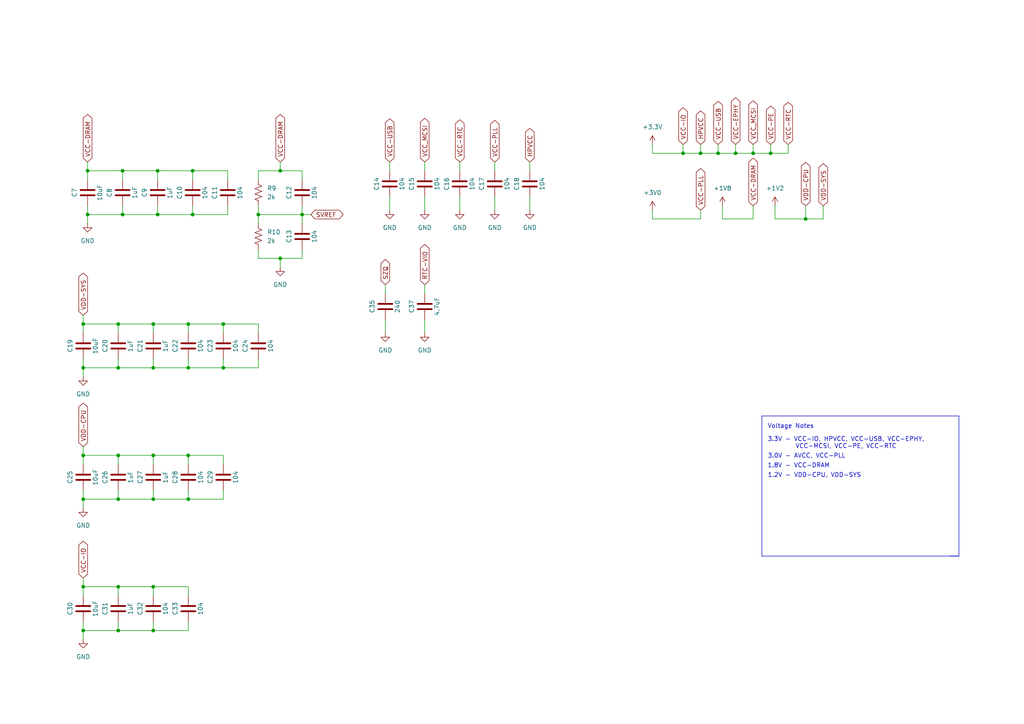
<source format=kicad_sch>
(kicad_sch (version 20250114) (generator "eeschema") (generator_version "9.0")
  (paper "A4")
  (title_block (title "Wireless Backup Camera - Encoder") (company "Group 25 Senior Design"))
  (lib_symbols
    (symbol "Device:C" (pin_numbers (hide yes)) (pin_names (offset 0.254))
      (property "Reference" "C" (at 0.635 2.54 0))
      (property "Value" "C" (at 0.635 -2.54 0))
      (symbol "C_0_1"
        (polyline (pts (xy -2.032 0.762) (xy 2.032 0.762)) (stroke (width 0.508)))
        (polyline (pts (xy -2.032 -0.762) (xy 2.032 -0.762)) (stroke (width 0.508)))
      )
      (symbol "C_1_1"
        (pin passive line (at 0 3.81 270) (length 2.794) (name "~") (number "1"))
        (pin passive line (at 0 -3.81 90) (length 2.794) (name "~") (number "2"))
      )
    )
    (symbol "Device:R_US" (pin_numbers (hide yes)) (pin_names (offset 0))
      (property "Reference" "R" (at 2.54 0 90))
      (property "Value" "R_US" (at -2.54 0 90))
      (symbol "R_US_0_1"
        (polyline (pts (xy 0 2.286) (xy 0 2.54)))
        (polyline (pts (xy 0 2.286) (xy 1.016 1.905) (xy 0 1.524) (xy -1.016 1.143) (xy 0 0.762)))
        (polyline (pts (xy 0 0.762) (xy 1.016 0.381) (xy 0 0) (xy -1.016 -0.381) (xy 0 -0.762)))
        (polyline (pts (xy 0 -0.762) (xy 1.016 -1.143) (xy 0 -1.524) (xy -1.016 -1.905) (xy 0 -2.286)))
        (polyline (pts (xy 0 -2.286) (xy 0 -2.54)))
      )
      (symbol "R_US_1_1"
        (pin passive line (at 0 3.81 270) (length 1.27) (name "~") (number "1"))
        (pin passive line (at 0 -3.81 90) (length 1.27) (name "~") (number "2"))
      )
    )
    (symbol "power:+1V2" (power) (pin_numbers (hide yes)) (pin_names (offset 0) (hide yes))
      (property "Value" "+1V2" (at 0 3.556 0))
      (symbol "+1V2_0_1"
        (polyline (pts (xy -0.762 1.27) (xy 0 2.54)))
        (polyline (pts (xy 0 2.54) (xy 0.762 1.27)))
        (polyline (pts (xy 0 0) (xy 0 2.54)))
      )
      (symbol "+1V2_1_1"
        (pin power_in line (at 0 0 90) (length 0) (name "~") (number "1"))
      )
    )
    (symbol "power:+1V8" (power) (pin_numbers (hide yes)) (pin_names (offset 0) (hide yes))
      (property "Value" "+1V8" (at 0 3.556 0))
      (symbol "+1V8_0_1"
        (polyline (pts (xy -0.762 1.27) (xy 0 2.54)))
        (polyline (pts (xy 0 2.54) (xy 0.762 1.27)))
        (polyline (pts (xy 0 0) (xy 0 2.54)))
      )
      (symbol "+1V8_1_1"
        (pin power_in line (at 0 0 90) (length 0) (name "~") (number "1"))
      )
    )
    (symbol "power:+3.3V" (power) (pin_numbers (hide yes)) (pin_names (offset 0) (hide yes))
      (property "Value" "+3.3V" (at 0 3.556 0))
      (symbol "+3.3V_0_1"
        (polyline (pts (xy -0.762 1.27) (xy 0 2.54)))
        (polyline (pts (xy 0 2.54) (xy 0.762 1.27)))
        (polyline (pts (xy 0 0) (xy 0 2.54)))
      )
      (symbol "+3.3V_1_1"
        (pin power_in line (at 0 0 90) (length 0) (name "~") (number "1"))
      )
    )
    (symbol "power:+3V0" (power) (pin_numbers (hide yes)) (pin_names (offset 0) (hide yes))
      (property "Value" "+3V0" (at 0 3.556 0))
      (symbol "+3V0_0_1"
        (polyline (pts (xy -0.762 1.27) (xy 0 2.54)))
        (polyline (pts (xy 0 2.54) (xy 0.762 1.27)))
        (polyline (pts (xy 0 0) (xy 0 2.54)))
      )
      (symbol "+3V0_1_1"
        (pin power_in line (at 0 0 90) (length 0) (name "~") (number "1"))
      )
    )
    (symbol "power:GND" (power) (pin_numbers (hide yes)) (pin_names (offset 0) (hide yes))
      (property "Value" "GND" (at 0 -3.81 0))
      (symbol "GND_0_1"
        (polyline (pts (xy 0 0) (xy 0 -1.27) (xy 1.27 -1.27) (xy 0 -2.54) (xy -1.27 -1.27) (xy 0 -1.27)))
      )
      (symbol "GND_1_1"
        (pin power_in line (at 0 0 270) (length 0) (name "~") (number "1"))
      )
    )
  )
  (text "3.0V - AVCC, VCC-PLL" (at 233.934 132.334 0) (effects (font (size 1.27 1.27))))
  (text "Voltage Notes\n" (at 229.362 123.698 0) (effects (font (size 1.27 1.27))))
  (text "1.8V - VCC-DRAM" (at 231.648 135.128 0) (effects (font (size 1.27 1.27))))
  (text "3.3V - VCC-IO, HPVCC, VCC-USB, VCC-EPHY,\nVCC-MCSI, VCC-PE, VCC-RTC" (at 245.364 128.524 0) (effects (font (size 1.27 1.27))))
  (text "1.2V - VDD-CPU, VDD-SYS" (at 236.22 137.922 0) (effects (font (size 1.27 1.27))))
  (junction (at 64.77 106.68))
  (junction (at 44.45 132.08))
  (junction (at 34.29 106.68))
  (junction (at 34.29 144.78))
  (junction (at 44.45 182.88))
  (junction (at 25.4 49.53))
  (junction (at 24.13 182.88))
  (junction (at 45.72 49.53))
  (junction (at 24.13 106.68))
  (junction (at 24.13 170.18))
  (junction (at 81.28 74.93))
  (junction (at 54.61 93.98))
  (junction (at 203.2 44.45))
  (junction (at 34.29 93.98))
  (junction (at 44.45 144.78))
  (junction (at 24.13 93.98))
  (junction (at 198.12 44.45))
  (junction (at 233.68 63.5))
  (junction (at 55.88 49.53))
  (junction (at 54.61 132.08))
  (junction (at 87.63 62.23))
  (junction (at 24.13 144.78))
  (junction (at 45.72 62.23))
  (junction (at 54.61 106.68))
  (junction (at 64.77 93.98))
  (junction (at 74.93 62.23))
  (junction (at 35.56 62.23))
  (junction (at 218.44 44.45))
  (junction (at 24.13 132.08))
  (junction (at 44.45 93.98))
  (junction (at 35.56 49.53))
  (junction (at 208.28 44.45))
  (junction (at 34.29 170.18))
  (junction (at 34.29 182.88))
  (junction (at 44.45 170.18))
  (junction (at 223.52 44.45))
  (junction (at 34.29 132.08))
  (junction (at 25.4 62.23))
  (junction (at 213.36 44.45))
  (junction (at 54.61 144.78))
  (junction (at 55.88 62.23))
  (junction (at 81.28 49.53))
  (junction (at 44.45 106.68))
  (wire (pts (xy 66.04 62.23) (xy 55.88 62.23)))
  (wire (pts (xy 64.77 104.14) (xy 64.77 106.68)))
  (wire (pts (xy 64.77 134.62) (xy 64.77 132.08)))
  (wire (pts (xy 208.28 41.91) (xy 208.28 44.45)))
  (polyline (pts (xy 220.98 161.29) (xy 220.98 120.65)))
  (wire (pts (xy 189.23 63.5) (xy 189.23 60.96)))
  (wire (pts (xy 35.56 62.23) (xy 25.4 62.23)))
  (wire (pts (xy 113.03 46.99) (xy 113.03 49.53)))
  (wire (pts (xy 133.35 57.15) (xy 133.35 60.96)))
  (wire (pts (xy 34.29 144.78) (xy 24.13 144.78)))
  (wire (pts (xy 81.28 74.93) (xy 87.63 74.93)))
  (wire (pts (xy 224.79 63.5) (xy 224.79 59.69)))
  (wire (pts (xy 44.45 106.68) (xy 34.29 106.68)))
  (wire (pts (xy 54.61 134.62) (xy 54.61 132.08)))
  (wire (pts (xy 223.52 44.45) (xy 218.44 44.45)))
  (wire (pts (xy 208.28 44.45) (xy 203.2 44.45)))
  (wire (pts (xy 24.13 142.24) (xy 24.13 144.78)))
  (wire (pts (xy 44.45 134.62) (xy 44.45 132.08)))
  (wire (pts (xy 87.63 62.23) (xy 90.17 62.23)))
  (wire (pts (xy 123.19 57.15) (xy 123.19 60.96)))
  (wire (pts (xy 64.77 106.68) (xy 54.61 106.68)))
  (wire (pts (xy 64.77 132.08) (xy 54.61 132.08)))
  (wire (pts (xy 111.76 92.71) (xy 111.76 96.52)))
  (wire (pts (xy 233.68 63.5) (xy 224.79 63.5)))
  (wire (pts (xy 66.04 49.53) (xy 55.88 49.53)))
  (wire (pts (xy 55.88 52.07) (xy 55.88 49.53)))
  (wire (pts (xy 87.63 49.53) (xy 87.63 52.07)))
  (wire (pts (xy 238.76 59.69) (xy 238.76 63.5)))
  (wire (pts (xy 45.72 52.07) (xy 45.72 49.53)))
  (wire (pts (xy 24.13 132.08) (xy 24.13 134.62)))
  (wire (pts (xy 24.13 91.44) (xy 24.13 93.98)))
  (wire (pts (xy 24.13 180.34) (xy 24.13 182.88)))
  (wire (pts (xy 45.72 59.69) (xy 45.72 62.23)))
  (wire (pts (xy 24.13 182.88) (xy 24.13 185.42)))
  (wire (pts (xy 64.77 144.78) (xy 54.61 144.78)))
  (wire (pts (xy 143.51 57.15) (xy 143.51 60.96)))
  (wire (pts (xy 74.93 52.07) (xy 74.93 49.53)))
  (wire (pts (xy 44.45 142.24) (xy 44.45 144.78)))
  (polyline (pts (xy 275.59 161.29) (xy 278.13 161.29)))
  (wire (pts (xy 153.67 46.99) (xy 153.67 49.53)))
  (wire (pts (xy 34.29 93.98) (xy 44.45 93.98)))
  (wire (pts (xy 218.44 63.5) (xy 209.55 63.5)))
  (wire (pts (xy 213.36 44.45) (xy 208.28 44.45)))
  (wire (pts (xy 34.29 93.98) (xy 24.13 93.98)))
  (wire (pts (xy 34.29 132.08) (xy 44.45 132.08)))
  (wire (pts (xy 34.29 182.88) (xy 44.45 182.88)))
  (wire (pts (xy 87.63 62.23) (xy 87.63 64.77)))
  (wire (pts (xy 34.29 96.52) (xy 34.29 93.98)))
  (wire (pts (xy 189.23 63.5) (xy 203.2 63.5)))
  (wire (pts (xy 123.19 82.55) (xy 123.19 85.09)))
  (wire (pts (xy 54.61 106.68) (xy 44.45 106.68)))
  (wire (pts (xy 74.93 49.53) (xy 81.28 49.53)))
  (wire (pts (xy 74.93 62.23) (xy 74.93 64.77)))
  (wire (pts (xy 54.61 96.52) (xy 54.61 93.98)))
  (wire (pts (xy 74.93 72.39) (xy 74.93 74.93)))
  (wire (pts (xy 113.03 57.15) (xy 113.03 60.96)))
  (wire (pts (xy 44.45 96.52) (xy 44.45 93.98)))
  (wire (pts (xy 44.45 104.14) (xy 44.45 106.68)))
  (wire (pts (xy 123.19 92.71) (xy 123.19 96.52)))
  (wire (pts (xy 34.29 134.62) (xy 34.29 132.08)))
  (wire (pts (xy 123.19 46.99) (xy 123.19 49.53)))
  (wire (pts (xy 24.13 144.78) (xy 24.13 147.32)))
  (wire (pts (xy 34.29 142.24) (xy 34.29 144.78)))
  (wire (pts (xy 218.44 44.45) (xy 213.36 44.45)))
  (wire (pts (xy 35.56 49.53) (xy 45.72 49.53)))
  (wire (pts (xy 81.28 49.53) (xy 87.63 49.53)))
  (wire (pts (xy 74.93 62.23) (xy 87.63 62.23)))
  (wire (pts (xy 228.6 44.45) (xy 223.52 44.45)))
  (wire (pts (xy 203.2 44.45) (xy 198.12 44.45)))
  (wire (pts (xy 64.77 142.24) (xy 64.77 144.78)))
  (wire (pts (xy 44.45 180.34) (xy 44.45 182.88)))
  (wire (pts (xy 203.2 60.96) (xy 203.2 63.5)))
  (wire (pts (xy 35.56 62.23) (xy 45.72 62.23)))
  (wire (pts (xy 111.76 82.55) (xy 111.76 85.09)))
  (wire (pts (xy 64.77 93.98) (xy 74.93 93.98)))
  (wire (pts (xy 34.29 104.14) (xy 34.29 106.68)))
  (wire (pts (xy 74.93 93.98) (xy 74.93 96.52)))
  (wire (pts (xy 74.93 74.93) (xy 81.28 74.93)))
  (wire (pts (xy 54.61 144.78) (xy 44.45 144.78)))
  (wire (pts (xy 35.56 59.69) (xy 35.56 62.23)))
  (wire (pts (xy 153.67 57.15) (xy 153.67 60.96)))
  (wire (pts (xy 34.29 106.68) (xy 24.13 106.68)))
  (wire (pts (xy 34.29 172.72) (xy 34.29 170.18)))
  (wire (pts (xy 54.61 132.08) (xy 44.45 132.08)))
  (wire (pts (xy 55.88 49.53) (xy 45.72 49.53)))
  (polyline (pts (xy 278.13 120.65) (xy 278.13 161.29)))
  (wire (pts (xy 34.29 170.18) (xy 24.13 170.18)))
  (wire (pts (xy 218.44 41.91) (xy 218.44 44.45)))
  (wire (pts (xy 81.28 46.99) (xy 81.28 49.53)))
  (wire (pts (xy 209.55 59.69) (xy 209.55 63.5)))
  (wire (pts (xy 66.04 59.69) (xy 66.04 62.23)))
  (wire (pts (xy 54.61 170.18) (xy 44.45 170.18)))
  (wire (pts (xy 35.56 49.53) (xy 25.4 49.53)))
  (wire (pts (xy 24.13 93.98) (xy 24.13 96.52)))
  (wire (pts (xy 87.63 72.39) (xy 87.63 74.93)))
  (wire (pts (xy 87.63 59.69) (xy 87.63 62.23)))
  (wire (pts (xy 223.52 41.91) (xy 223.52 44.45)))
  (wire (pts (xy 34.29 132.08) (xy 24.13 132.08)))
  (wire (pts (xy 54.61 93.98) (xy 44.45 93.98)))
  (wire (pts (xy 66.04 52.07) (xy 66.04 49.53)))
  (wire (pts (xy 54.61 142.24) (xy 54.61 144.78)))
  (wire (pts (xy 34.29 170.18) (xy 44.45 170.18)))
  (wire (pts (xy 54.61 104.14) (xy 54.61 106.68)))
  (wire (pts (xy 55.88 62.23) (xy 45.72 62.23)))
  (wire (pts (xy 233.68 59.69) (xy 233.68 63.5)))
  (wire (pts (xy 34.29 180.34) (xy 34.29 182.88)))
  (wire (pts (xy 54.61 182.88) (xy 44.45 182.88)))
  (wire (pts (xy 64.77 106.68) (xy 74.93 106.68)))
  (wire (pts (xy 34.29 144.78) (xy 44.45 144.78)))
  (wire (pts (xy 228.6 41.91) (xy 228.6 44.45)))
  (wire (pts (xy 24.13 106.68) (xy 24.13 109.22)))
  (wire (pts (xy 143.51 46.99) (xy 143.51 49.53)))
  (wire (pts (xy 64.77 96.52) (xy 64.77 93.98)))
  (wire (pts (xy 213.36 41.91) (xy 213.36 44.45)))
  (wire (pts (xy 44.45 172.72) (xy 44.45 170.18)))
  (wire (pts (xy 25.4 59.69) (xy 25.4 62.23)))
  (wire (pts (xy 189.23 44.45) (xy 189.23 41.91)))
  (wire (pts (xy 24.13 167.64) (xy 24.13 170.18)))
  (wire (pts (xy 198.12 44.45) (xy 189.23 44.45)))
  (wire (pts (xy 64.77 93.98) (xy 54.61 93.98)))
  (wire (pts (xy 25.4 62.23) (xy 25.4 64.77)))
  (wire (pts (xy 24.13 170.18) (xy 24.13 172.72)))
  (wire (pts (xy 35.56 52.07) (xy 35.56 49.53)))
  (wire (pts (xy 54.61 180.34) (xy 54.61 182.88)))
  (wire (pts (xy 24.13 104.14) (xy 24.13 106.68)))
  (polyline (pts (xy 220.98 120.65) (xy 278.13 120.65)))
  (wire (pts (xy 24.13 129.54) (xy 24.13 132.08)))
  (wire (pts (xy 238.76 63.5) (xy 233.68 63.5)))
  (wire (pts (xy 81.28 74.93) (xy 81.28 77.47)))
  (wire (pts (xy 55.88 59.69) (xy 55.88 62.23)))
  (wire (pts (xy 34.29 182.88) (xy 24.13 182.88)))
  (wire (pts (xy 74.93 106.68) (xy 74.93 104.14)))
  (polyline (pts (xy 278.13 161.29) (xy 220.98 161.29)))
  (wire (pts (xy 218.44 59.69) (xy 218.44 63.5)))
  (wire (pts (xy 203.2 41.91) (xy 203.2 44.45)))
  (wire (pts (xy 25.4 46.99) (xy 25.4 49.53)))
  (wire (pts (xy 133.35 46.99) (xy 133.35 49.53)))
  (wire (pts (xy 54.61 172.72) (xy 54.61 170.18)))
  (wire (pts (xy 198.12 41.91) (xy 198.12 44.45)))
  (wire (pts (xy 25.4 49.53) (xy 25.4 52.07)))
  (wire (pts (xy 74.93 59.69) (xy 74.93 62.23)))
  (global_label "VCC-USB" (shape bidirectional) (at 208.28 41.91 90) (property "Intersheetrefs" "${INTERSHEET_REFS}" (effects (hide yes))))
  (global_label "VCC-RTC" (shape bidirectional) (at 133.35 46.99 90) (property "Intersheetrefs" "${INTERSHEET_REFS}" (effects (hide yes))))
  (global_label "RTC-VIO" (shape bidirectional) (at 123.19 82.55 90) (property "Intersheetrefs" "${INTERSHEET_REFS}" (effects (hide yes))))
  (global_label "VDD-CPU" (shape bidirectional) (at 24.13 129.54 90) (property "Intersheetrefs" "${INTERSHEET_REFS}" (effects (hide yes))))
  (global_label "VCC-DRAM" (shape bidirectional) (at 25.4 46.99 90) (property "Intersheetrefs" "${INTERSHEET_REFS}" (effects (hide yes))))
  (global_label "VCC-PLL" (shape bidirectional) (at 203.2 60.96 90) (property "Intersheetrefs" "${INTERSHEET_REFS}" (effects (hide yes))))
  (global_label "VCC_MCSI" (shape bidirectional) (at 218.44 41.91 90) (property "Intersheetrefs" "${INTERSHEET_REFS}" (effects (hide yes))))
  (global_label "VDD-SYS" (shape bidirectional) (at 24.13 91.44 90) (property "Intersheetrefs" "${INTERSHEET_REFS}" (effects (hide yes))))
  (global_label "VCC_MCSI" (shape bidirectional) (at 123.19 46.99 90) (property "Intersheetrefs" "${INTERSHEET_REFS}" (effects (hide yes))))
  (global_label "HPVCC" (shape bidirectional) (at 153.67 46.99 90) (property "Intersheetrefs" "${INTERSHEET_REFS}" (effects (hide yes))))
  (global_label "VDD-CPU" (shape bidirectional) (at 233.68 59.69 90) (property "Intersheetrefs" "${INTERSHEET_REFS}" (effects (hide yes))))
  (global_label "SZQ" (shape bidirectional) (at 111.76 82.55 90) (property "Intersheetrefs" "${INTERSHEET_REFS}" (effects (hide yes))))
  (global_label "VCC-RTC" (shape bidirectional) (at 228.6 41.91 90) (property "Intersheetrefs" "${INTERSHEET_REFS}" (effects (hide yes))))
  (global_label "VCC-USB" (shape bidirectional) (at 113.03 46.99 90) (property "Intersheetrefs" "${INTERSHEET_REFS}" (effects (hide yes))))
  (global_label "VCC-IO" (shape bidirectional) (at 198.12 41.91 90) (property "Intersheetrefs" "${INTERSHEET_REFS}" (effects (hide yes))))
  (global_label "VCC-EPHY" (shape bidirectional) (at 213.36 41.91 90) (property "Intersheetrefs" "${INTERSHEET_REFS}" (effects (hide yes))))
  (global_label "VCC-IO" (shape bidirectional) (at 24.13 167.64 90) (property "Intersheetrefs" "${INTERSHEET_REFS}" (effects (hide yes))))
  (global_label "SVREF" (shape bidirectional) (at 90.17 62.23 0) (property "Intersheetrefs" "${INTERSHEET_REFS}" (effects (hide yes))))
  (global_label "VCC-PLL" (shape bidirectional) (at 143.51 46.99 90) (property "Intersheetrefs" "${INTERSHEET_REFS}" (effects (hide yes))))
  (global_label "HPVCC" (shape bidirectional) (at 203.2 41.91 90) (property "Intersheetrefs" "${INTERSHEET_REFS}" (effects (hide yes))))
  (global_label "VCC-DRAM" (shape bidirectional) (at 218.44 59.69 90) (property "Intersheetrefs" "${INTERSHEET_REFS}" (effects (hide yes))))
  (global_label "VCC-PE" (shape bidirectional) (at 223.52 41.91 90) (property "Intersheetrefs" "${INTERSHEET_REFS}" (effects (hide yes))))
  (global_label "VDD-SYS" (shape bidirectional) (at 238.76 59.69 90) (property "Intersheetrefs" "${INTERSHEET_REFS}" (effects (hide yes))))
  (global_label "VCC-DRAM" (shape bidirectional) (at 81.28 46.99 90) (property "Intersheetrefs" "${INTERSHEET_REFS}" (effects (hide yes))))
  (symbol (lib_id "power:GND") (at 24.13 109.22 0) (unit 1)
    (property "Reference" "#PWR018" (effects (hide yes)))
    (property "Value" "GND" (at 24.13 114.3 0))
    (property "Description" "Power symbol creates a global label with name \"GND\" , ground" (effects (hide yes)))
  )
  (symbol (lib_id "power:+3.3V") (at 189.23 41.91 0) (unit 1)
    (property "Reference" "#PWR025" (effects (hide yes)))
    (property "Value" "+3.3V" (at 189.23 36.83 0))
    (property "Description" "Power symbol creates a global label with name \"+3.3V\"" (effects (hide yes)))
  )
  (symbol (lib_id "Device:C") (at 34.29 100.33 180) (unit 1)
    (property "Reference" "C20" (at 30.48 100.33 90))
    (property "Value" "1uF" (at 37.846 100.33 90))
    (property "Footprint" "Capacitor_SMD:C_0805_2012Metric_Pad1.18x1.45mm_HandSolder" (effects (hide yes)))
    (property "Description" "Unpolarized capacitor" (effects (hide yes)))
  )
  (symbol (lib_id "Device:C") (at 113.03 53.34 180) (unit 1)
    (property "Reference" "C14" (at 109.22 53.34 90))
    (property "Value" "104" (at 116.586 53.34 90))
    (property "Footprint" "Capacitor_SMD:C_0805_2012Metric_Pad1.18x1.45mm_HandSolder" (effects (hide yes)))
    (property "Description" "Unpolarized capacitor" (effects (hide yes)))
  )
  (symbol (lib_id "Device:C") (at 44.45 176.53 180) (unit 1)
    (property "Reference" "C32" (at 40.64 176.53 90))
    (property "Value" "104" (at 48.006 176.53 90))
    (property "Footprint" "Capacitor_SMD:C_0805_2012Metric_Pad1.18x1.45mm_HandSolder" (effects (hide yes)))
    (property "Description" "Unpolarized capacitor" (effects (hide yes)))
  )
  (symbol (lib_id "Device:C") (at 87.63 68.58 180) (unit 1)
    (property "Reference" "C13" (at 83.82 68.58 90))
    (property "Value" "104" (at 91.186 68.58 90))
    (property "Footprint" "Capacitor_SMD:C_0805_2012Metric_Pad1.18x1.45mm_HandSolder" (effects (hide yes)))
    (property "Description" "Unpolarized capacitor" (effects (hide yes)))
  )
  (symbol (lib_id "Device:C") (at 34.29 176.53 180) (unit 1)
    (property "Reference" "C31" (at 30.48 176.53 90))
    (property "Value" "1uF" (at 37.846 176.53 90))
    (property "Footprint" "Capacitor_SMD:C_0805_2012Metric_Pad1.18x1.45mm_HandSolder" (effects (hide yes)))
    (property "Description" "Unpolarized capacitor" (effects (hide yes)))
  )
  (symbol (lib_id "power:GND") (at 133.35 60.96 0) (unit 1)
    (property "Reference" "#PWR010" (effects (hide yes)))
    (property "Value" "GND" (at 133.35 66.04 0))
    (property "Description" "Power symbol creates a global label with name \"GND\" , ground" (effects (hide yes)))
  )
  (symbol (lib_id "Device:C") (at 143.51 53.34 180) (unit 1)
    (property "Reference" "C17" (at 139.7 53.34 90))
    (property "Value" "104" (at 147.066 53.34 90))
    (property "Footprint" "Capacitor_SMD:C_0805_2012Metric_Pad1.18x1.45mm_HandSolder" (effects (hide yes)))
    (property "Description" "Unpolarized capacitor" (effects (hide yes)))
  )
  (symbol (lib_id "power:GND") (at 113.03 60.96 0) (unit 1)
    (property "Reference" "#PWR08" (effects (hide yes)))
    (property "Value" "GND" (at 113.03 66.04 0))
    (property "Description" "Power symbol creates a global label with name \"GND\" , ground" (effects (hide yes)))
  )
  (symbol (lib_id "Device:C") (at 55.88 55.88 180) (unit 1)
    (property "Reference" "C10" (at 52.07 55.88 90))
    (property "Value" "104" (at 59.436 55.88 90))
    (property "Footprint" "Capacitor_SMD:C_0805_2012Metric_Pad1.18x1.45mm_HandSolder" (effects (hide yes)))
    (property "Description" "Unpolarized capacitor" (effects (hide yes)))
  )
  (symbol (lib_id "Device:R_US") (at 74.93 68.58 0) (unit 1)
    (property "Reference" "R10" (at 77.47 67.3099 0) (effects (justify left)))
    (property "Value" "2k" (at 77.47 69.8499 0) (effects (justify left)))
    (property "Footprint" "Resistor_SMD:R_0805_2012Metric_Pad1.20x1.40mm_HandSolder" (effects (hide yes)))
    (property "Description" "Resistor, US symbol" (effects (hide yes)))
  )
  (symbol (lib_id "power:GND") (at 24.13 185.42 0) (unit 1)
    (property "Reference" "#PWR020" (effects (hide yes)))
    (property "Value" "GND" (at 24.13 190.5 0))
    (property "Description" "Power symbol creates a global label with name \"GND\" , ground" (effects (hide yes)))
  )
  (symbol (lib_id "Device:C") (at 123.19 88.9 180) (unit 1)
    (property "Reference" "C37" (at 119.38 88.9 90))
    (property "Value" "4.7uF" (at 126.746 88.9 90))
    (property "Footprint" "Capacitor_SMD:C_0805_2012Metric_Pad1.18x1.45mm_HandSolder" (effects (hide yes)))
    (property "Description" "Unpolarized capacitor" (effects (hide yes)))
  )
  (symbol (lib_id "power:GND") (at 111.76 96.52 0) (unit 1)
    (property "Reference" "#PWR017" (effects (hide yes)))
    (property "Value" "GND" (at 111.76 101.6 0))
    (property "Description" "Power symbol creates a global label with name \"GND\" , ground" (effects (hide yes)))
  )
  (symbol (lib_id "power:GND") (at 24.13 147.32 0) (unit 1)
    (property "Reference" "#PWR019" (effects (hide yes)))
    (property "Value" "GND" (at 24.13 152.4 0))
    (property "Description" "Power symbol creates a global label with name \"GND\" , ground" (effects (hide yes)))
  )
  (symbol (lib_id "power:GND") (at 123.19 96.52 0) (unit 1)
    (property "Reference" "#PWR016" (effects (hide yes)))
    (property "Value" "GND" (at 123.19 101.6 0))
    (property "Description" "Power symbol creates a global label with name \"GND\" , ground" (effects (hide yes)))
  )
  (symbol (lib_id "Device:C") (at 24.13 138.43 180) (unit 1)
    (property "Reference" "C25" (at 20.32 138.43 90))
    (property "Value" "10uF" (at 27.686 138.43 90))
    (property "Footprint" "Capacitor_SMD:C_0805_2012Metric_Pad1.18x1.45mm_HandSolder" (effects (hide yes)))
    (property "Description" "Unpolarized capacitor" (effects (hide yes)))
  )
  (symbol (lib_id "power:GND") (at 25.4 64.77 0) (unit 1)
    (property "Reference" "#PWR06" (effects (hide yes)))
    (property "Value" "GND" (at 25.4 69.85 0))
    (property "Description" "Power symbol creates a global label with name \"GND\" , ground" (effects (hide yes)))
  )
  (symbol (lib_id "power:GND") (at 143.51 60.96 0) (unit 1)
    (property "Reference" "#PWR014" (effects (hide yes)))
    (property "Value" "GND" (at 143.51 66.04 0))
    (property "Description" "Power symbol creates a global label with name \"GND\" , ground" (effects (hide yes)))
  )
  (symbol (lib_id "Device:C") (at 54.61 176.53 180) (unit 1)
    (property "Reference" "C33" (at 50.8 176.53 90))
    (property "Value" "104" (at 58.166 176.53 90))
    (property "Footprint" "Capacitor_SMD:C_0805_2012Metric_Pad1.18x1.45mm_HandSolder" (effects (hide yes)))
    (property "Description" "Unpolarized capacitor" (effects (hide yes)))
  )
  (symbol (lib_id "Device:C") (at 44.45 138.43 180) (unit 1)
    (property "Reference" "C27" (at 40.64 138.43 90))
    (property "Value" "1uF" (at 48.006 138.43 90))
    (property "Footprint" "Capacitor_SMD:C_0805_2012Metric_Pad1.18x1.45mm_HandSolder" (effects (hide yes)))
    (property "Description" "Unpolarized capacitor" (effects (hide yes)))
  )
  (symbol (lib_id "Device:C") (at 34.29 138.43 180) (unit 1)
    (property "Reference" "C26" (at 30.48 138.43 90))
    (property "Value" "1uF" (at 37.846 138.43 90))
    (property "Footprint" "Capacitor_SMD:C_0805_2012Metric_Pad1.18x1.45mm_HandSolder" (effects (hide yes)))
    (property "Description" "Unpolarized capacitor" (effects (hide yes)))
  )
  (symbol (lib_id "Device:R_US") (at 74.93 55.88 0) (unit 1)
    (property "Reference" "R9" (at 77.47 54.6099 0) (effects (justify left)))
    (property "Value" "2k" (at 77.47 57.1499 0) (effects (justify left)))
    (property "Footprint" "Resistor_SMD:R_0805_2012Metric_Pad1.20x1.40mm_HandSolder" (effects (hide yes)))
    (property "Description" "Resistor, US symbol" (effects (hide yes)))
  )
  (symbol (lib_id "Device:C") (at 45.72 55.88 180) (unit 1)
    (property "Reference" "C9" (at 41.91 55.88 90))
    (property "Value" "1uF" (at 49.276 55.88 90))
    (property "Footprint" "Capacitor_SMD:C_0805_2012Metric_Pad1.18x1.45mm_HandSolder" (effects (hide yes)))
    (property "Description" "Unpolarized capacitor" (effects (hide yes)))
  )
  (symbol (lib_id "Device:C") (at 123.19 53.34 180) (unit 1)
    (property "Reference" "C15" (at 119.38 53.34 90))
    (property "Value" "104" (at 126.746 53.34 90))
    (property "Footprint" "Capacitor_SMD:C_0805_2012Metric_Pad1.18x1.45mm_HandSolder" (effects (hide yes)))
    (property "Description" "Unpolarized capacitor" (effects (hide yes)))
  )
  (symbol (lib_id "Device:C") (at 35.56 55.88 180) (unit 1)
    (property "Reference" "C8" (at 31.75 55.88 90))
    (property "Value" "1uF" (at 39.116 55.88 90))
    (property "Footprint" "Capacitor_SMD:C_0805_2012Metric_Pad1.18x1.45mm_HandSolder" (effects (hide yes)))
    (property "Description" "Unpolarized capacitor" (effects (hide yes)))
  )
  (symbol (lib_id "Device:C") (at 64.77 138.43 180) (unit 1)
    (property "Reference" "C29" (at 60.96 138.43 90))
    (property "Value" "104" (at 68.326 138.43 90))
    (property "Footprint" "Capacitor_SMD:C_0805_2012Metric_Pad1.18x1.45mm_HandSolder" (effects (hide yes)))
    (property "Description" "Unpolarized capacitor" (effects (hide yes)))
  )
  (symbol (lib_id "Device:C") (at 74.93 100.33 180) (unit 1)
    (property "Reference" "C24" (at 71.12 100.33 90))
    (property "Value" "104" (at 78.486 100.33 90))
    (property "Footprint" "Capacitor_SMD:C_0805_2012Metric_Pad1.18x1.45mm_HandSolder" (effects (hide yes)))
    (property "Description" "Unpolarized capacitor" (effects (hide yes)))
  )
  (symbol (lib_id "Device:C") (at 44.45 100.33 180) (unit 1)
    (property "Reference" "C21" (at 40.64 100.33 90))
    (property "Value" "1uF" (at 48.006 100.33 90))
    (property "Footprint" "Capacitor_SMD:C_0805_2012Metric_Pad1.18x1.45mm_HandSolder" (effects (hide yes)))
    (property "Description" "Unpolarized capacitor" (effects (hide yes)))
  )
  (symbol (lib_id "power:+3V0") (at 189.23 60.96 0) (unit 1)
    (property "Reference" "#PWR026" (effects (hide yes)))
    (property "Value" "+3V0" (at 189.23 55.88 0))
    (property "Description" "Power symbol creates a global label with name \"+3V0\"" (effects (hide yes)))
  )
  (symbol (lib_id "Device:C") (at 133.35 53.34 180) (unit 1)
    (property "Reference" "C16" (at 129.54 53.34 90))
    (property "Value" "104" (at 136.906 53.34 90))
    (property "Footprint" "Capacitor_SMD:C_0805_2012Metric_Pad1.18x1.45mm_HandSolder" (effects (hide yes)))
    (property "Description" "Unpolarized capacitor" (effects (hide yes)))
  )
  (symbol (lib_id "Device:C") (at 54.61 100.33 180) (unit 1)
    (property "Reference" "C22" (at 50.8 100.33 90))
    (property "Value" "104" (at 58.166 100.33 90))
    (property "Footprint" "Capacitor_SMD:C_0805_2012Metric_Pad1.18x1.45mm_HandSolder" (effects (hide yes)))
    (property "Description" "Unpolarized capacitor" (effects (hide yes)))
  )
  (symbol (lib_id "Device:C") (at 24.13 100.33 180) (unit 1)
    (property "Reference" "C19" (at 20.32 100.33 90))
    (property "Value" "10uF" (at 27.686 100.33 90))
    (property "Footprint" "Capacitor_SMD:C_0805_2012Metric_Pad1.18x1.45mm_HandSolder" (effects (hide yes)))
    (property "Description" "Unpolarized capacitor" (effects (hide yes)))
  )
  (symbol (lib_id "Device:C") (at 87.63 55.88 180) (unit 1)
    (property "Reference" "C12" (at 83.82 55.88 90))
    (property "Value" "104" (at 91.186 55.88 90))
    (property "Footprint" "Capacitor_SMD:C_0805_2012Metric_Pad1.18x1.45mm_HandSolder" (effects (hide yes)))
    (property "Description" "Unpolarized capacitor" (effects (hide yes)))
  )
  (symbol (lib_id "Device:C") (at 153.67 53.34 180) (unit 1)
    (property "Reference" "C18" (at 149.86 53.34 90))
    (property "Value" "104" (at 157.226 53.34 90))
    (property "Footprint" "Capacitor_SMD:C_0805_2012Metric_Pad1.18x1.45mm_HandSolder" (effects (hide yes)))
    (property "Description" "Unpolarized capacitor" (effects (hide yes)))
  )
  (symbol (lib_id "Device:C") (at 111.76 88.9 180) (unit 1)
    (property "Reference" "C35" (at 107.95 88.9 90))
    (property "Value" "240" (at 115.316 88.9 90))
    (property "Footprint" "Capacitor_SMD:C_0805_2012Metric_Pad1.18x1.45mm_HandSolder" (effects (hide yes)))
    (property "Description" "Unpolarized capacitor" (effects (hide yes)))
  )
  (symbol (lib_id "Device:C") (at 54.61 138.43 180) (unit 1)
    (property "Reference" "C28" (at 50.8 138.43 90))
    (property "Value" "104" (at 58.166 138.43 90))
    (property "Footprint" "Capacitor_SMD:C_0805_2012Metric_Pad1.18x1.45mm_HandSolder" (effects (hide yes)))
    (property "Description" "Unpolarized capacitor" (effects (hide yes)))
  )
  (symbol (lib_id "power:GND") (at 81.28 77.47 0) (unit 1)
    (property "Reference" "#PWR07" (effects (hide yes)))
    (property "Value" "GND" (at 81.28 82.55 0))
    (property "Description" "Power symbol creates a global label with name \"GND\" , ground" (effects (hide yes)))
  )
  (symbol (lib_id "power:+1V8") (at 209.55 59.69 0) (unit 1)
    (property "Reference" "#PWR027" (effects (hide yes)))
    (property "Value" "+1V8" (at 209.55 54.61 0))
    (property "Description" "Power symbol creates a global label with name \"+1V8\"" (effects (hide yes)))
  )
  (symbol (lib_id "Device:C") (at 66.04 55.88 180) (unit 1)
    (property "Reference" "C11" (at 62.23 55.88 90))
    (property "Value" "104" (at 69.596 55.88 90))
    (property "Footprint" "Capacitor_SMD:C_0805_2012Metric_Pad1.18x1.45mm_HandSolder" (effects (hide yes)))
    (property "Description" "Unpolarized capacitor" (effects (hide yes)))
  )
  (symbol (lib_id "Device:C") (at 24.13 176.53 180) (unit 1)
    (property "Reference" "C30" (at 20.32 176.53 90))
    (property "Value" "10uF" (at 27.686 176.53 90))
    (property "Footprint" "Capacitor_SMD:C_0805_2012Metric_Pad1.18x1.45mm_HandSolder" (effects (hide yes)))
    (property "Description" "Unpolarized capacitor" (effects (hide yes)))
  )
  (symbol (lib_id "Device:C") (at 25.4 55.88 180) (unit 1)
    (property "Reference" "C7" (at 21.59 55.88 90))
    (property "Value" "10uF" (at 28.956 55.88 90))
    (property "Footprint" "Capacitor_SMD:C_0805_2012Metric_Pad1.18x1.45mm_HandSolder" (effects (hide yes)))
    (property "Description" "Unpolarized capacitor" (effects (hide yes)))
  )
  (symbol (lib_id "power:+1V2") (at 224.79 59.69 0) (unit 1)
    (property "Reference" "#PWR028" (effects (hide yes)))
    (property "Value" "+1V2" (at 224.79 54.61 0))
    (property "Description" "Power symbol creates a global label with name \"+1V2\"" (effects (hide yes)))
  )
  (symbol (lib_id "power:GND") (at 153.67 60.96 0) (unit 1)
    (property "Reference" "#PWR015" (effects (hide yes)))
    (property "Value" "GND" (at 153.67 66.04 0))
    (property "Description" "Power symbol creates a global label with name \"GND\" , ground" (effects (hide yes)))
  )
  (symbol (lib_id "power:GND") (at 123.19 60.96 0) (unit 1)
    (property "Reference" "#PWR09" (effects (hide yes)))
    (property "Value" "GND" (at 123.19 66.04 0))
    (property "Description" "Power symbol creates a global label with name \"GND\" , ground" (effects (hide yes)))
  )
  (symbol (lib_id "Device:C") (at 64.77 100.33 180) (unit 1)
    (property "Reference" "C23" (at 60.96 100.33 90))
    (property "Value" "104" (at 68.326 100.33 90))
    (property "Footprint" "Capacitor_SMD:C_0805_2012Metric_Pad1.18x1.45mm_HandSolder" (effects (hide yes)))
    (property "Description" "Unpolarized capacitor" (effects (hide yes)))
  )
)
</source>
